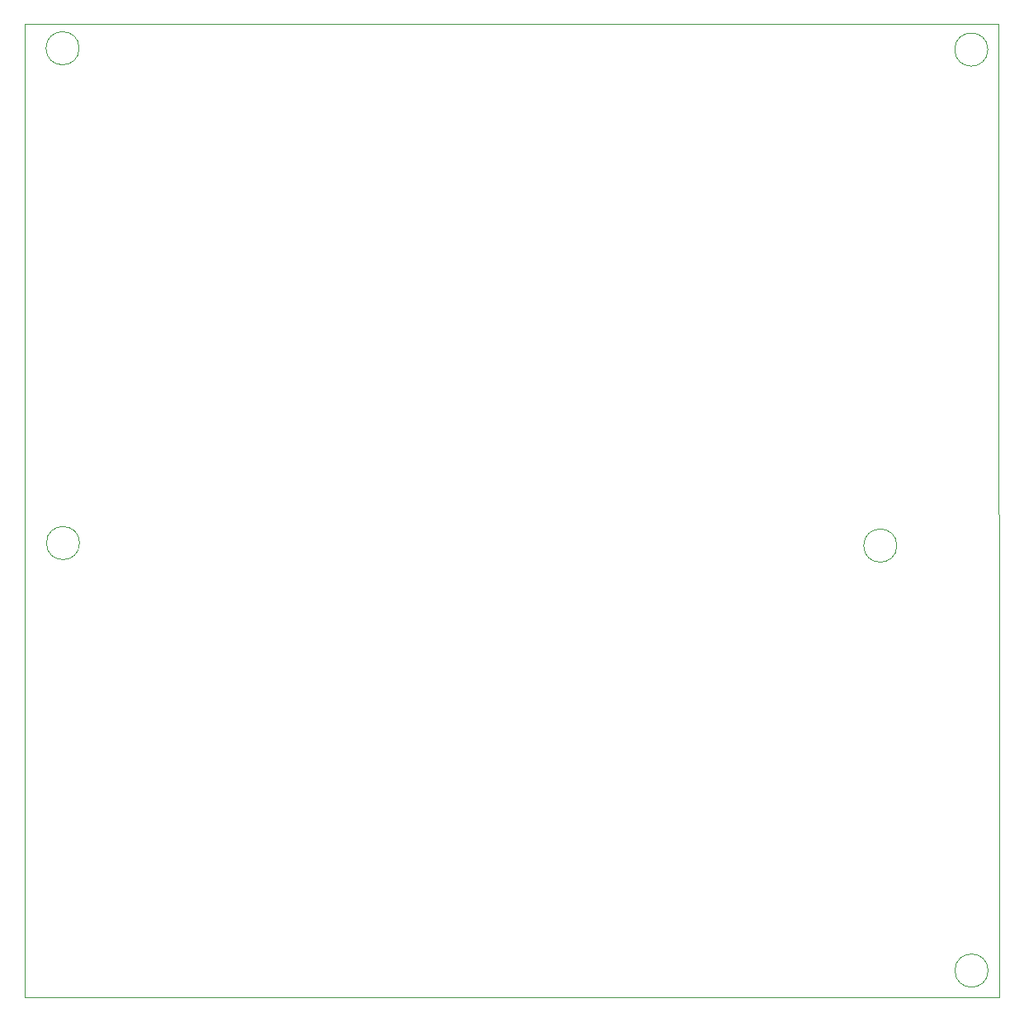
<source format=gbr>
%TF.GenerationSoftware,KiCad,Pcbnew,6.0.11+dfsg-1*%
%TF.CreationDate,2023-07-20T16:39:38+03:00*%
%TF.ProjectId,usb_display,7573625f-6469-4737-906c-61792e6b6963,rev?*%
%TF.SameCoordinates,Original*%
%TF.FileFunction,Profile,NP*%
%FSLAX46Y46*%
G04 Gerber Fmt 4.6, Leading zero omitted, Abs format (unit mm)*
G04 Created by KiCad (PCBNEW 6.0.11+dfsg-1) date 2023-07-20 16:39:38*
%MOMM*%
%LPD*%
G01*
G04 APERTURE LIST*
%TA.AperFunction,Profile*%
%ADD10C,0.100000*%
%TD*%
G04 APERTURE END LIST*
D10*
X148970000Y-52870000D02*
G75*
G03*
X148970000Y-52870000I-1700000J0D01*
G01*
X50160000Y-50280000D02*
X50160000Y-150140000D01*
X150020000Y-50280000D02*
X50160000Y-50280000D01*
X55770000Y-103530000D02*
G75*
G03*
X55770000Y-103530000I-1700000J0D01*
G01*
X139630000Y-103790000D02*
G75*
G03*
X139630000Y-103790000I-1700000J0D01*
G01*
X150140000Y-150140000D02*
X150020000Y-50280000D01*
X55730000Y-52740000D02*
G75*
G03*
X55730000Y-52740000I-1700000J0D01*
G01*
X50160000Y-150140000D02*
X150140000Y-150140000D01*
X148990000Y-147410000D02*
G75*
G03*
X148990000Y-147410000I-1700000J0D01*
G01*
M02*

</source>
